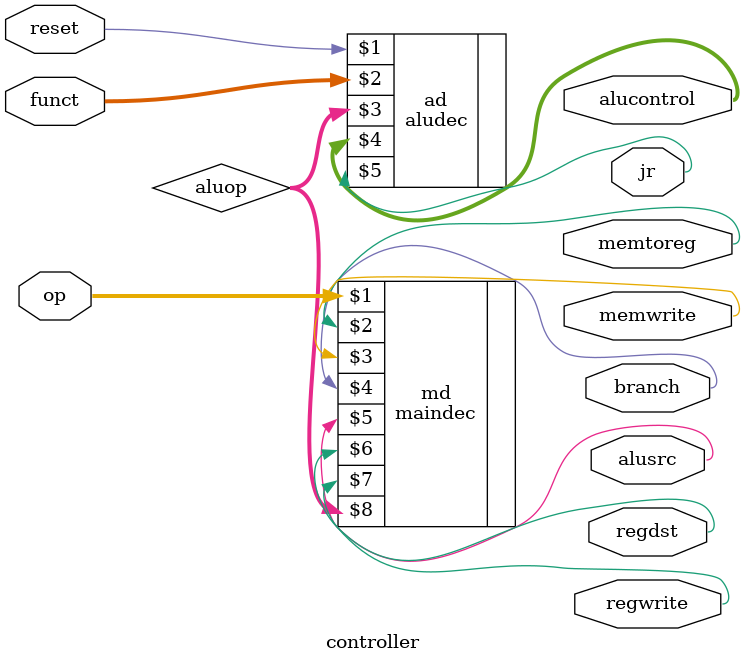
<source format=sv>
`timescale 1ns / 1ps

// 	***************************************************************************
//	Below are the modules that you should modify to add more instructions to the CPU
//	***************************************************************************

module controller(input logic reset,
                  input  logic[5:0] op, funct,
                  output logic     memtoreg, memwrite,
                  output logic     alusrc,
                  output logic     regdst, regwrite,
                  output logic[2:0] alucontrol,
                  output logic branch, output logic jr);

   logic [1:0] aluop;

  maindec md (op, memtoreg, memwrite, branch, alusrc, regdst, regwrite, aluop);

   aludec ad (reset, funct, aluop, alucontrol, jr);

endmodule
</source>
